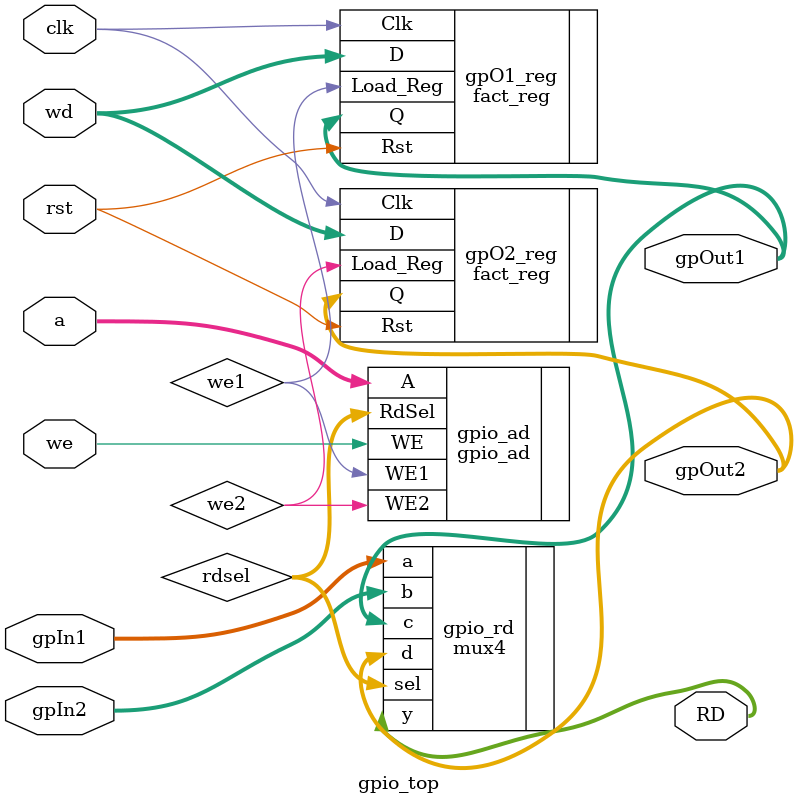
<source format=v>
module gpio_top(
    input wire clk,
    input wire rst,
    input wire we,
    input wire [1:0] a,
    input wire [31:0] gpIn1,
    input wire [31:0] gpIn2,
    input wire [31:0] wd,
    output wire [31:0] RD,
    output wire [31:0] gpOut1,
    output wire [31:0] gpOut2
    );
    
    wire we1, we2;
    wire [1:0] rdsel;
    
    gpio_ad gpio_ad (
        .A (a),
        .WE (we),
        .WE1 (we1),
        .WE2 (we2),
        .RdSel (rdsel)
    );
    
    fact_reg gpO1_reg (
        .Clk (clk),
        .Rst (rst),
        .Load_Reg (we1),
        .D (wd),
        .Q (gpOut1)
    );
    
    fact_reg gpO2_reg (
        .Clk (clk),
        .Rst (rst),
        .Load_Reg (we2),
        .D (wd),
        .Q (gpOut2)
    );
    
    mux4 #(32) gpio_rd (
        .sel (rdsel),
        .a (gpIn1),
        .b (gpIn2),
        .c (gpOut1),
        .d (gpOut2),
        .y (RD)
    );
    
    endmodule
</source>
